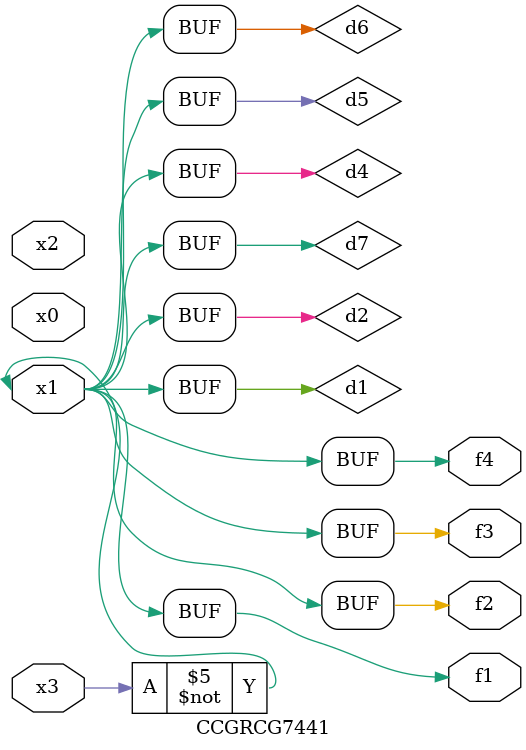
<source format=v>
module CCGRCG7441(
	input x0, x1, x2, x3,
	output f1, f2, f3, f4
);

	wire d1, d2, d3, d4, d5, d6, d7;

	not (d1, x3);
	buf (d2, x1);
	xnor (d3, d1, d2);
	nor (d4, d1);
	buf (d5, d1, d2);
	buf (d6, d4, d5);
	nand (d7, d4);
	assign f1 = d6;
	assign f2 = d7;
	assign f3 = d6;
	assign f4 = d6;
endmodule

</source>
